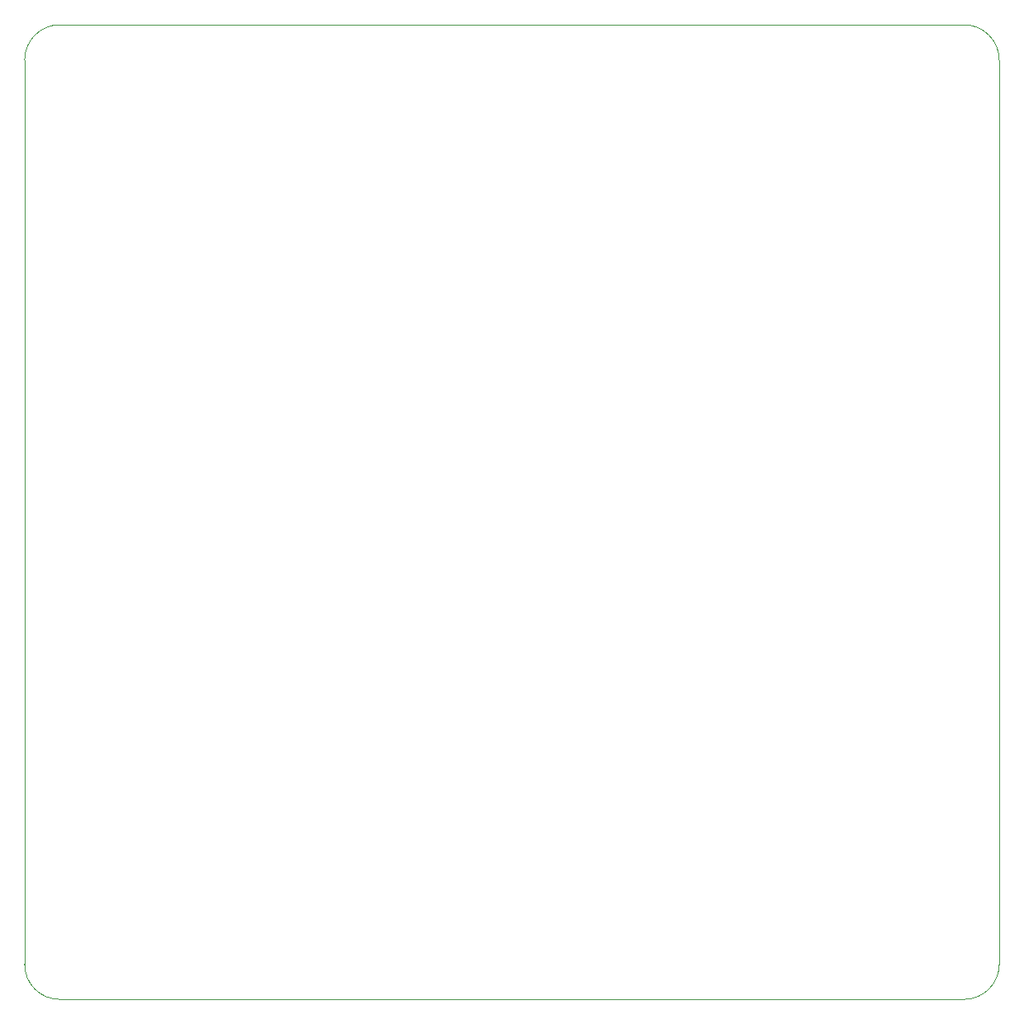
<source format=gbr>
%TF.GenerationSoftware,KiCad,Pcbnew,9.0.0*%
%TF.CreationDate,2025-08-10T21:35:17+12:00*%
%TF.ProjectId,current_gen_class_ab,63757272-656e-4745-9f67-656e5f636c61,rev?*%
%TF.SameCoordinates,Original*%
%TF.FileFunction,Profile,NP*%
%FSLAX46Y46*%
G04 Gerber Fmt 4.6, Leading zero omitted, Abs format (unit mm)*
G04 Created by KiCad (PCBNEW 9.0.0) date 2025-08-10 21:35:17*
%MOMM*%
%LPD*%
G01*
G04 APERTURE LIST*
%TA.AperFunction,Profile*%
%ADD10C,0.050000*%
%TD*%
G04 APERTURE END LIST*
D10*
X205400000Y-60000000D02*
X112600000Y-60000000D01*
X205400000Y-60000000D02*
G75*
G02*
X209000000Y-63600000I0J-3600000D01*
G01*
X112600000Y-160000000D02*
G75*
G02*
X109000000Y-156400000I0J3600000D01*
G01*
X109000000Y-63600000D02*
G75*
G02*
X112600000Y-60000000I3600000J0D01*
G01*
X112600000Y-160000000D02*
X205400000Y-160000000D01*
X209000000Y-156400000D02*
X209000000Y-63600000D01*
X209000000Y-156400000D02*
G75*
G02*
X205400000Y-160000000I-3600000J0D01*
G01*
X109000000Y-63600000D02*
X109000000Y-156400000D01*
M02*

</source>
